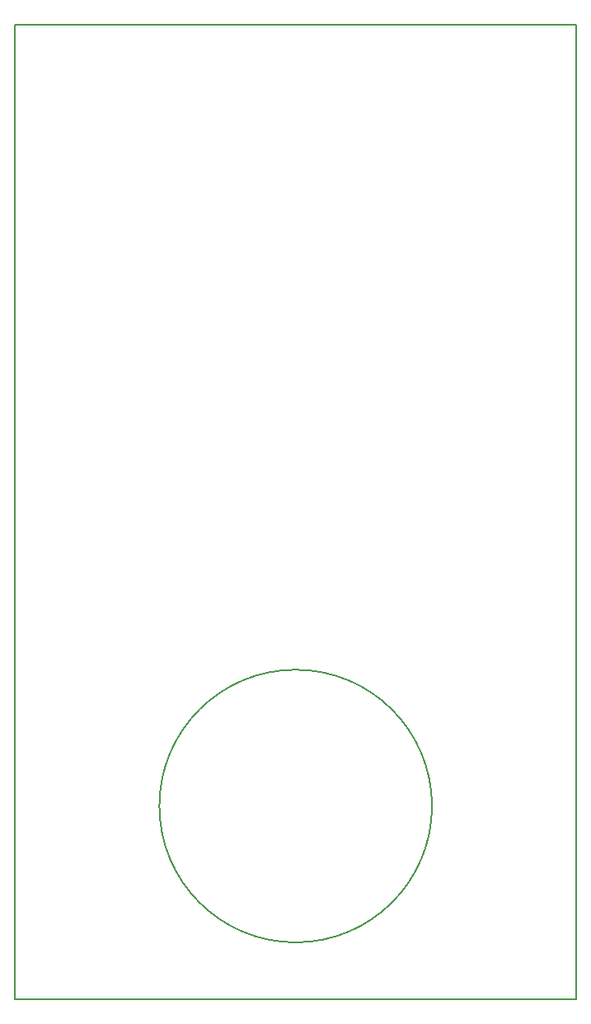
<source format=gm1>
G04 #@! TF.GenerationSoftware,KiCad,Pcbnew,5.1.12-84ad8e8a86~92~ubuntu20.04.1*
G04 #@! TF.CreationDate,2021-12-15T11:08:09-07:00*
G04 #@! TF.ProjectId,The Ear Tool,54686520-4561-4722-9054-6f6f6c2e6b69,1.3*
G04 #@! TF.SameCoordinates,Original*
G04 #@! TF.FileFunction,Profile,NP*
%FSLAX46Y46*%
G04 Gerber Fmt 4.6, Leading zero omitted, Abs format (unit mm)*
G04 Created by KiCad (PCBNEW 5.1.12-84ad8e8a86~92~ubuntu20.04.1) date 2021-12-15 11:08:09*
%MOMM*%
%LPD*%
G01*
G04 APERTURE LIST*
G04 #@! TA.AperFunction,Profile*
%ADD10C,0.150000*%
G04 #@! TD*
G04 APERTURE END LIST*
D10*
X42850000Y-80195320D02*
G75*
G03*
X42850000Y-80195320I-14000000J0D01*
G01*
X0Y-100000000D02*
X0Y0D01*
X57700000Y-100000000D02*
X0Y-100000000D01*
X57700000Y0D02*
X57700000Y-100000000D01*
X0Y0D02*
X57700000Y0D01*
M02*

</source>
